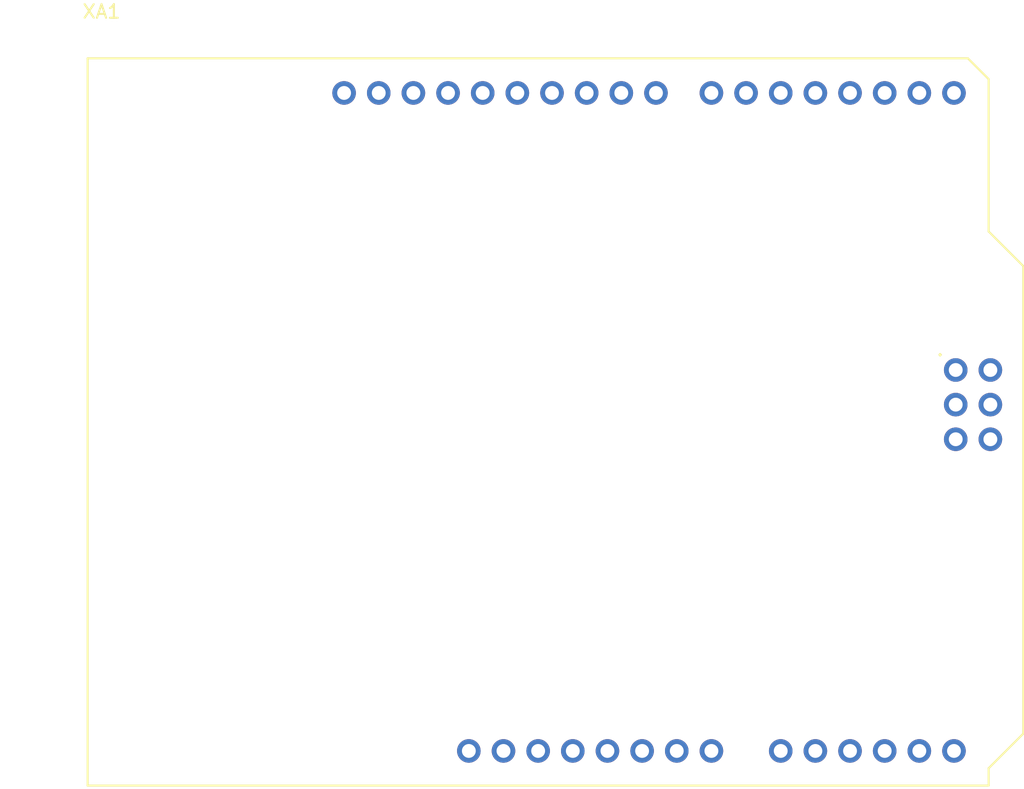
<source format=kicad_pcb>
(kicad_pcb (version 20221018) (generator pcbnew)
  (title_block (title "Arduino Uno Shield") (date "2021-06-26") (rev "1") (company "Lucas Martín Treser"))
  (layers (0 "F.Cu" signal) (31 "B.Cu" signal) (34 "B.Paste" user) (35 "F.Paste" user) (36 "B.SilkS" user "B.Silkscreen") (37 "F.SilkS" user "F.Silkscreen") (38 "B.Mask" user) (39 "F.Mask" user) (44 "Edge.Cuts" user))
  (net 0 "")
  (net 1 "Net-(XA1-PadMISO)")
  (net 2 "Net-(XA1-PadA5)")
  (net 3 "Net-(XA1-PadA4)")
  (net 4 "Net-(XA1-PadA3)")
  (net 5 "Net-(XA1-PadA2)")
  (net 6 "Net-(XA1-PadA1)")
  (net 7 "Net-(XA1-PadD11)")
  (net 8 "Net-(XA1-PadD12)")
  (net 9 "Net-(XA1-PadD13)")
  (net 10 "Net-(XA1-PadAREF)")
  (net 11 "Net-(XA1-PadSDA)")
  (net 12 "Net-(XA1-PadSCL)")
  (net 13 "Net-(XA1-PadD10)")
  (net 14 "Net-(XA1-PadD9)")
  (net 15 "Net-(XA1-PadD8)")
  (net 16 "Net-(XA1-PadGND1)")
  (net 17 "Net-(XA1-PadD7)")
  (net 18 "Net-(XA1-PadD6)")
  (net 19 "Net-(XA1-PadD5)")
  (net 20 "Net-(XA1-PadD4)")
  (net 21 "Net-(XA1-PadD3)")
  (net 22 "Net-(XA1-PadD2)")
  (net 23 "Net-(XA1-PadD1)")
  (net 24 "Net-(XA1-PadD0)")
  (net 25 "Net-(XA1-PadIORF)")
  (net 26 "Net-(XA1-PadRST1)")
  (net 27 "Net-(XA1-Pad3V3)")
  (net 28 "Net-(XA1-Pad5V1)")
  (net 29 "Net-(XA1-PadGND2)")
  (net 30 "Net-(XA1-PadGND3)")
  (net 31 "Net-(XA1-PadVIN)")
  (net 32 "Net-(XA1-PadA0)")
  (net 33 "Net-(XA1-Pad5V2)")
  (net 34 "Net-(XA1-PadSCK)")
  (net 35 "Net-(XA1-PadMOSI)")
  (net 36 "Net-(XA1-PadGND4)")
  (net 37 "Net-(XA1-PadRST2)")
  (footprint "Arduino:Arduino_Uno_Shield" (layer "F.Cu") (at 113.03 127.635)
    (fp_text reference "XA1" (at 1.016 -56.769) (layer "F.SilkS"))
    (fp_text value "Arduino Uno Shield")
    (fp_text user "." (at 62.484 -32.004) (layer "F.SilkS"))
    (fp_line (start 0 -53.34) (end 0 0) (stroke (width 0.15)) (layer "F.SilkS"))
    (fp_line (start 0 -53.34) (end 64.516 -53.34) (stroke (width 0.15)) (layer "F.SilkS"))
    (fp_line (start 0 0) (end 66.04 0) (stroke (width 0.15)) (layer "F.SilkS"))
    (fp_line (start 64.516 -53.34) (end 66.04 -51.816) (stroke (width 0.15)) (layer "F.SilkS"))
    (fp_line (start 66.04 -40.64) (end 66.04 -51.816) (stroke (width 0.15)) (layer "F.SilkS"))
    (fp_line (start 66.04 -1.27) (end 68.58 -3.81) (stroke (width 0.15)) (layer "F.SilkS"))
    (fp_line (start 66.04 0) (end 66.04 -1.27) (stroke (width 0.15)) (layer "F.SilkS"))
    (fp_line (start 68.58 -38.1) (end 66.04 -40.64) (stroke (width 0.15)) (layer "F.SilkS"))
    (fp_line (start 68.58 -3.81) (end 68.58 -38.1) (stroke (width 0.15)) (layer "F.SilkS"))
    (pad "" np_thru_hole circle (at 13.97 -2.54) (size 3.2 3.2) (drill 3.2) (layers "*.Cu" "*.Mask"))
    (pad "" np_thru_hole circle (at 15.24 -50.8) (size 3.2 3.2) (drill 3.2) (layers "*.Cu" "*.Mask"))
    (pad "" thru_hole oval (at 27.94 -2.54) (size 1.7272 1.7272) (drill 1.016) (layers "*.Cu" "*.Mask"))
    (pad "" np_thru_hole circle (at 66.04 -35.56) (size 3.2 3.2) (drill 3.2) (layers "*.Cu" "*.Mask"))
    (pad "" np_thru_hole circle (at 66.04 -7.62) (size 3.2 3.2) (drill 3.2) (layers "*.Cu" "*.Mask"))
    (pad "3V3" thru_hole oval (at 35.56 -2.54) (size 1.7272 1.7272) (drill 1.016) (layers "*.Cu" "*.Mask") (net 27 "Net-(XA1-Pad3V3)"))
    (pad "5V1" thru_hole oval (at 38.1 -2.54) (size 1.7272 1.7272) (drill 1.016) (layers "*.Cu" "*.Mask") (net 28 "Net-(XA1-Pad5V1)"))
    (pad "5V2" thru_hole oval (at 66.167 -30.48) (size 1.7272 1.7272) (drill 1.016) (layers "*.Cu" "*.Mask") (net 33 "Net-(XA1-Pad5V2)"))
    (pad "A0" thru_hole oval (at 50.8 -2.54) (size 1.7272 1.7272) (drill 1.016) (layers "*.Cu" "*.Mask") (net 32 "Net-(XA1-PadA0)"))
    (pad "A1" thru_hole oval (at 53.34 -2.54) (size 1.7272 1.7272) (drill 1.016) (layers "*.Cu" "*.Mask") (net 6 "Net-(XA1-PadA1)"))
    (pad "A2" thru_hole oval (at 55.88 -2.54) (size 1.7272 1.7272) (drill 1.016) (layers "*.Cu" "*.Mask") (net 5 "Net-(XA1-PadA2)"))
    (pad "A3" thru_hole oval (at 58.42 -2.54) (size 1.7272 1.7272) (drill 1.016) (layers "*.Cu" "*.Mask") (net 4 "Net-(XA1-PadA3)"))
    (pad "A4" thru_hole oval (at 60.96 -2.54) (size 1.7272 1.7272) (drill 1.016) (layers "*.Cu" "*.Mask") (net 3 "Net-(XA1-PadA4)"))
    (pad "A5" thru_hole oval (at 63.5 -2.54) (size 1.7272 1.7272) (drill 1.016) (layers "*.Cu" "*.Mask") (net 2 "Net-(XA1-PadA5)"))
    (pad "AREF" thru_hole oval (at 23.876 -50.8) (size 1.7272 1.7272) (drill 1.016) (layers "*.Cu" "*.Mask") (net 10 "Net-(XA1-PadAREF)"))
    (pad "D0" thru_hole oval (at 63.5 -50.8) (size 1.7272 1.7272) (drill 1.016) (layers "*.Cu" "*.Mask") (net 24 "Net-(XA1-PadD0)"))
    (pad "D1" thru_hole oval (at 60.96 -50.8) (size 1.7272 1.7272) (drill 1.016) (layers "*.Cu" "*.Mask") (net 23 "Net-(XA1-PadD1)"))
    (pad "D2" thru_hole oval (at 58.42 -50.8) (size 1.7272 1.7272) (drill 1.016) (layers "*.Cu" "*.Mask") (net 22 "Net-(XA1-PadD2)"))
    (pad "D3" thru_hole oval (at 55.88 -50.8) (size 1.7272 1.7272) (drill 1.016) (layers "*.Cu" "*.Mask") (net 21 "Net-(XA1-PadD3)"))
    (pad "D4" thru_hole oval (at 53.34 -50.8) (size 1.7272 1.7272) (drill 1.016) (layers "*.Cu" "*.Mask") (net 20 "Net-(XA1-PadD4)"))
    (pad "D5" thru_hole oval (at 50.8 -50.8) (size 1.7272 1.7272) (drill 1.016) (layers "*.Cu" "*.Mask") (net 19 "Net-(XA1-PadD5)"))
    (pad "D6" thru_hole oval (at 48.26 -50.8) (size 1.7272 1.7272) (drill 1.016) (layers "*.Cu" "*.Mask") (net 18 "Net-(XA1-PadD6)"))
    (pad "D7" thru_hole oval (at 45.72 -50.8) (size 1.7272 1.7272) (drill 1.016) (layers "*.Cu" "*.Mask") (net 17 "Net-(XA1-PadD7)"))
    (pad "D8" thru_hole oval (at 41.656 -50.8) (size 1.7272 1.7272) (drill 1.016) (layers "*.Cu" "*.Mask") (net 15 "Net-(XA1-PadD8)"))
    (pad "D9" thru_hole oval (at 39.116 -50.8) (size 1.7272 1.7272) (drill 1.016) (layers "*.Cu" "*.Mask") (net 14 "Net-(XA1-PadD9)"))
    (pad "D10" thru_hole oval (at 36.576 -50.8) (size 1.7272 1.7272) (drill 1.016) (layers "*.Cu" "*.Mask") (net 13 "Net-(XA1-PadD10)"))
    (pad "D11" thru_hole oval (at 34.036 -50.8) (size 1.7272 1.7272) (drill 1.016) (layers "*.Cu" "*.Mask") (net 7 "Net-(XA1-PadD11)"))
    (pad "D12" thru_hole oval (at 31.496 -50.8) (size 1.7272 1.7272) (drill 1.016) (layers "*.Cu" "*.Mask") (net 8 "Net-(XA1-PadD12)"))
    (pad "D13" thru_hole oval (at 28.956 -50.8) (size 1.7272 1.7272) (drill 1.016) (layers "*.Cu" "*.Mask") (net 9 "Net-(XA1-PadD13)"))
    (pad "GND1" thru_hole oval (at 26.416 -50.8) (size 1.7272 1.7272) (drill 1.016) (layers "*.Cu" "*.Mask") (net 16 "Net-(XA1-PadGND1)"))
    (pad "GND2" thru_hole oval (at 40.64 -2.54) (size 1.7272 1.7272) (drill 1.016) (layers "*.Cu" "*.Mask") (net 29 "Net-(XA1-PadGND2)"))
    (pad "GND3" thru_hole oval (at 43.18 -2.54) (size 1.7272 1.7272) (drill 1.016) (layers "*.Cu" "*.Mask") (net 30 "Net-(XA1-PadGND3)"))
    (pad "GND4" thru_hole oval (at 66.167 -25.4) (size 1.7272 1.7272) (drill 1.016) (layers "*.Cu" "*.Mask") (net 36 "Net-(XA1-PadGND4)"))
    (pad "IORF" thru_hole oval (at 30.48 -2.54) (size 1.7272 1.7272) (drill 1.016) (layers "*.Cu" "*.Mask") (net 25 "Net-(XA1-PadIORF)"))
    (pad "MISO" thru_hole oval (at 63.627 -30.48) (size 1.7272 1.7272) (drill 1.016) (layers "*.Cu" "*.Mask") (net 1 "Net-(XA1-PadMISO)"))
    (pad "MOSI" thru_hole oval (at 66.167 -27.94) (size 1.7272 1.7272) (drill 1.016) (layers "*.Cu" "*.Mask") (net 35 "Net-(XA1-PadMOSI)"))
    (pad "RST1" thru_hole oval (at 33.02 -2.54) (size 1.7272 1.7272) (drill 1.016) (layers "*.Cu" "*.Mask") (net 26 "Net-(XA1-PadRST1)"))
    (pad "RST2" thru_hole oval (at 63.627 -25.4) (size 1.7272 1.7272) (drill 1.016) (layers "*.Cu" "*.Mask") (net 37 "Net-(XA1-PadRST2)"))
    (pad "SCK" thru_hole oval (at 63.627 -27.94) (size 1.7272 1.7272) (drill 1.016) (layers "*.Cu" "*.Mask") (net 34 "Net-(XA1-PadSCK)"))
    (pad "SCL" thru_hole oval (at 18.796 -50.8) (size 1.7272 1.7272) (drill 1.016) (layers "*.Cu" "*.Mask") (net 12 "Net-(XA1-PadSCL)"))
    (pad "SDA" thru_hole oval (at 21.336 -50.8) (size 1.7272 1.7272) (drill 1.016) (layers "*.Cu" "*.Mask") (net 11 "Net-(XA1-PadSDA)"))
    (pad "VIN" thru_hole oval (at 45.72 -2.54) (size 1.7272 1.7272) (drill 1.016) (layers "*.Cu" "*.Mask") (net 31 "Net-(XA1-PadVIN)"))
  )
)
</source>
